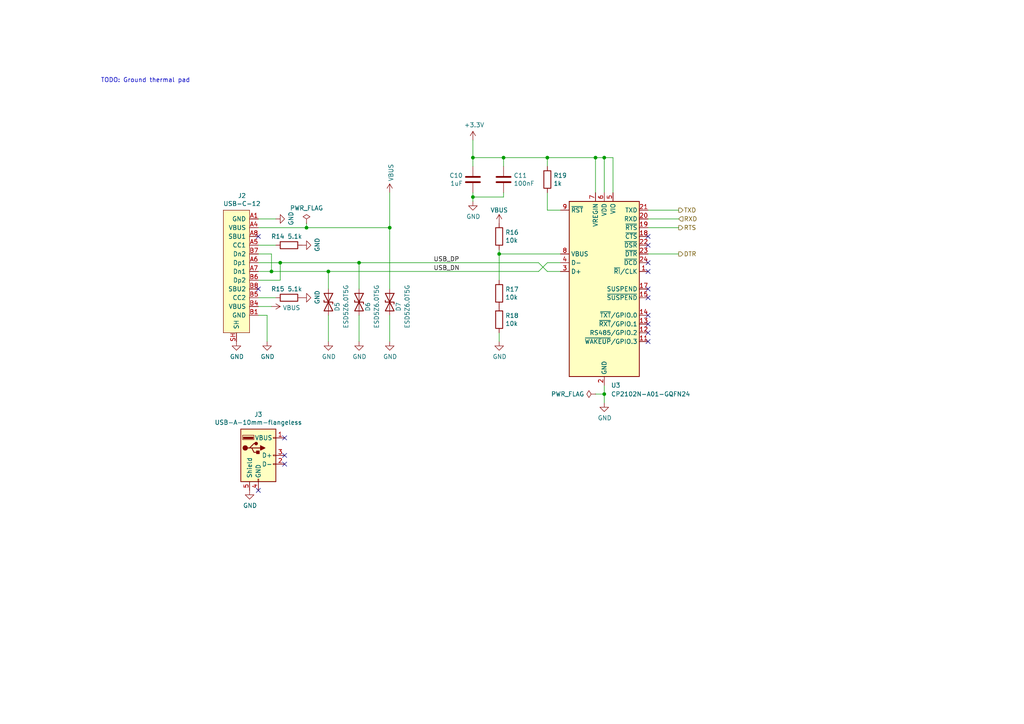
<source format=kicad_sch>
(kicad_sch (version 20230221) (generator eeschema)
  (paper "A4")
  (lib_symbols
    (symbol "Connector:USB_A" (pin_names (offset 1.016))
      (property "Reference" "J" (at -5.08 11.43 0))
      (property "Value" "USB_A" (at -5.08 8.89 0))
      (symbol "USB_A_0_1"
        (rectangle (start -5.08 -7.62) (end 5.08 7.62) (stroke (width 0.254)) (fill (type background)))
        (circle (center -3.81 2.159) (radius 0.635) (stroke (width 0.254)) (fill (type outline)))
        (rectangle (start -1.524 4.826) (end -4.318 5.334) (fill (type outline)))
        (rectangle (start -1.27 4.572) (end -4.572 5.842))
        (circle (center -0.635 3.429) (radius 0.381) (stroke (width 0.254)) (fill (type outline)))
        (rectangle (start -0.127 -7.62) (end 0.127 -6.858))
        (polyline (pts (xy -3.175 2.159) (xy -2.54 2.159) (xy -1.27 3.429) (xy -0.635 3.429)) (stroke (width 0.254)))
        (polyline (pts (xy -2.54 2.159) (xy -1.905 2.159) (xy -1.27 0.889) (xy 0 0.889)) (stroke (width 0.254)))
        (polyline (pts (xy 0.635 2.794) (xy 0.635 1.524) (xy 1.905 2.159) (xy 0.635 2.794)) (stroke (width 0.254)) (fill (type outline)))
        (rectangle (start 0.254 1.27) (end -0.508 0.508) (stroke (width 0.254)) (fill (type outline)))
        (rectangle (start 5.08 -2.667) (end 4.318 -2.413))
        (rectangle (start 5.08 -0.127) (end 4.318 0.127))
        (rectangle (start 5.08 4.953) (end 4.318 5.207))
      )
      (symbol "USB_A_1_1"
        (polyline (pts (xy -1.905 2.159) (xy 0.635 2.159)) (stroke (width 0.254)))
        (pin power_in line (at 7.62 5.08 180) (length 2.54) (name "VBUS") (number "1"))
        (pin bidirectional line (at 7.62 -2.54 180) (length 2.54) (name "D-") (number "2"))
        (pin bidirectional line (at 7.62 0 180) (length 2.54) (name "D+") (number "3"))
        (pin power_in line (at 0 -10.16 90) (length 2.54) (name "GND") (number "4"))
        (pin passive line (at -2.54 -10.16 90) (length 2.54) (name "Shield") (number "5"))
      )
    )
    (symbol "Device:C" (pin_numbers hide) (pin_names (offset 0.254))
      (property "Reference" "C" (at 0.635 2.54 0))
      (property "Value" "C" (at 0.635 -2.54 0))
      (symbol "C_0_1"
        (polyline (pts (xy -2.032 -0.762) (xy 2.032 -0.762)) (stroke (width 0.508)))
        (polyline (pts (xy -2.032 0.762) (xy 2.032 0.762)) (stroke (width 0.508)))
      )
      (symbol "C_1_1"
        (pin passive line (at 0 3.81 270) (length 2.794) (name "~") (number "1"))
        (pin passive line (at 0 -3.81 90) (length 2.794) (name "~") (number "2"))
      )
    )
    (symbol "Device:D_TVS" (pin_numbers hide) (pin_names (offset 1.016) hide)
      (property "Reference" "D" (at 0 2.54 0))
      (property "Value" "D_TVS" (at 0 -2.54 0))
      (symbol "D_TVS_0_1"
        (polyline (pts (xy 1.27 0) (xy -1.27 0)))
        (polyline (pts (xy 0.508 1.27) (xy 0 1.27) (xy 0 -1.27) (xy -0.508 -1.27)) (stroke (width 0.254)))
        (polyline (pts (xy -2.54 1.27) (xy -2.54 -1.27) (xy 2.54 1.27) (xy 2.54 -1.27) (xy -2.54 1.27)) (stroke (width 0.254)))
      )
      (symbol "D_TVS_1_1"
        (pin passive line (at -3.81 0 0) (length 2.54) (name "A1") (number "1"))
        (pin passive line (at 3.81 0 180) (length 2.54) (name "A2") (number "2"))
      )
    )
    (symbol "Device:R" (pin_numbers hide) (pin_names (offset 0))
      (property "Reference" "R" (at 2.032 0 90))
      (property "Value" "R" (at 0 0 90))
      (symbol "R_0_1"
        (rectangle (start -1.016 -2.54) (end 1.016 2.54) (stroke (width 0.254)))
      )
      (symbol "R_1_1"
        (pin passive line (at 0 3.81 270) (length 1.27) (name "~") (number "1"))
        (pin passive line (at 0 -3.81 90) (length 1.27) (name "~") (number "2"))
      )
    )
    (symbol "Interface_USB:CP2102N-Axx-xQFN24"
      (property "Reference" "U" (at -8.89 26.67 0))
      (property "Value" "CP2102N-Axx-xQFN24" (at 13.97 26.67 0))
      (symbol "CP2102N-Axx-xQFN24_0_1"
        (rectangle (start -10.16 25.4) (end 10.16 -25.4) (stroke (width 0.254)) (fill (type background)))
      )
      (symbol "CP2102N-Axx-xQFN24_1_1"
        (pin bidirectional line (at 12.7 5.08 180) (length 2.54) (name "~{RI}/CLK") (number "1"))
        (pin no_connect line (at -10.16 -22.86 0) (length 2.54) hide (name "NC") (number "10"))
        (pin bidirectional line (at 12.7 -15.24 180) (length 2.54) (name "~{WAKEUP}/GPIO.3") (number "11"))
        (pin bidirectional line (at 12.7 -12.7 180) (length 2.54) (name "RS485/GPIO.2") (number "12"))
        (pin bidirectional line (at 12.7 -10.16 180) (length 2.54) (name "~{RXT}/GPIO.1") (number "13"))
        (pin bidirectional line (at 12.7 -7.62 180) (length 2.54) (name "~{TXT}/GPIO.0") (number "14"))
        (pin output line (at 12.7 -2.54 180) (length 2.54) (name "~{SUSPEND}") (number "15"))
        (pin no_connect line (at 10.16 -22.86 180) (length 2.54) hide (name "NC") (number "16"))
        (pin output line (at 12.7 0 180) (length 2.54) (name "SUSPEND") (number "17"))
        (pin input line (at 12.7 15.24 180) (length 2.54) (name "~{CTS}") (number "18"))
        (pin output line (at 12.7 17.78 180) (length 2.54) (name "~{RTS}") (number "19"))
        (pin power_in line (at 0 -27.94 90) (length 2.54) (name "GND") (number "2"))
        (pin input line (at 12.7 20.32 180) (length 2.54) (name "RXD") (number "20"))
        (pin output line (at 12.7 22.86 180) (length 2.54) (name "TXD") (number "21"))
        (pin input line (at 12.7 12.7 180) (length 2.54) (name "~{DSR}") (number "22"))
        (pin output line (at 12.7 10.16 180) (length 2.54) (name "~{DTR}") (number "23"))
        (pin input line (at 12.7 7.62 180) (length 2.54) (name "~{DCD}") (number "24"))
        (pin passive line (at 0 -27.94 90) (length 2.54) hide (name "GND") (number "25"))
        (pin bidirectional line (at -12.7 5.08 0) (length 2.54) (name "D+") (number "3"))
        (pin bidirectional line (at -12.7 7.62 0) (length 2.54) (name "D-") (number "4"))
        (pin power_in line (at 2.54 27.94 270) (length 2.54) (name "VIO") (number "5"))
        (pin power_in line (at 0 27.94 270) (length 2.54) (name "VDD") (number "6"))
        (pin power_in line (at -2.54 27.94 270) (length 2.54) (name "VREGIN") (number "7"))
        (pin input line (at -12.7 10.16 0) (length 2.54) (name "VBUS") (number "8"))
        (pin input line (at -12.7 22.86 0) (length 2.54) (name "~{RST}") (number "9"))
      )
    )
    (symbol "j_Connector:USB-C-12" (pin_names (offset 1.016))
      (property "Reference" "J" (at 0 1.27 0))
      (property "Value" "USB-C-12" (at 0 0 0))
      (symbol "USB-C-12_0_1"
        (rectangle (start 2.54 -1.27) (end -5.08 -36.83) (fill (type background)))
      )
      (symbol "USB-C-12_1_1"
        (pin passive line (at 5.08 -3.81 180) (length 2.54) (name "GND") (number "A1"))
        (pin passive line (at 5.08 -6.35 180) (length 2.54) (name "VBUS") (number "A4"))
        (pin passive line (at 5.08 -11.43 180) (length 2.54) (name "CC1") (number "A5"))
        (pin passive line (at 5.08 -16.51 180) (length 2.54) (name "Dp1") (number "A6"))
        (pin passive line (at 5.08 -19.05 180) (length 2.54) (name "Dn1") (number "A7"))
        (pin passive line (at 5.08 -8.89 180) (length 2.54) (name "SBU1") (number "A8"))
        (pin passive line (at 5.08 -31.75 180) (length 2.54) (name "GND") (number "B1"))
        (pin passive line (at 5.08 -29.21 180) (length 2.54) (name "VBUS") (number "B4"))
        (pin passive line (at 5.08 -26.67 180) (length 2.54) (name "CC2") (number "B5"))
        (pin passive line (at 5.08 -21.59 180) (length 2.54) (name "Dp2") (number "B6"))
        (pin passive line (at 5.08 -13.97 180) (length 2.54) (name "Dn2") (number "B7"))
        (pin passive line (at 5.08 -24.13 180) (length 2.54) (name "SBU2") (number "B8"))
        (pin passive line (at -1.27 -39.37 90) (length 2.54) (name "SH") (number "SH"))
        (pin passive line (at -1.27 -39.37 90) (length 2.54) hide (name "SH") (number "SH"))
        (pin passive line (at -1.27 -39.37 90) (length 2.54) hide (name "SH") (number "SH"))
        (pin passive line (at -1.27 -39.37 90) (length 2.54) hide (name "SH") (number "SH"))
      )
    )
    (symbol "power:+3.3V" (power) (pin_names (offset 0))
      (property "Value" "+3.3V" (at 0 3.556 0))
      (symbol "+3.3V_0_1"
        (polyline (pts (xy -0.762 1.27) (xy 0 2.54)))
        (polyline (pts (xy 0 0) (xy 0 2.54)))
        (polyline (pts (xy 0 2.54) (xy 0.762 1.27)))
      )
      (symbol "+3.3V_1_1"
        (pin power_in line (at 0 0 90) (length 0) hide (name "+3.3V") (number "1"))
      )
    )
    (symbol "power:GND" (power) (pin_names (offset 0))
      (property "Value" "GND" (at 0 -3.81 0))
      (symbol "GND_0_1"
        (polyline (pts (xy 0 0) (xy 0 -1.27) (xy 1.27 -1.27) (xy 0 -2.54) (xy -1.27 -1.27) (xy 0 -1.27)))
      )
      (symbol "GND_1_1"
        (pin power_in line (at 0 0 270) (length 0) hide (name "GND") (number "1"))
      )
    )
    (symbol "power:PWR_FLAG" (power) (pin_numbers hide) (pin_names (offset 0) hide)
      (property "Value" "PWR_FLAG" (at 0 3.81 0))
      (symbol "PWR_FLAG_0_0"
        (pin power_out line (at 0 0 90) (length 0) (name "pwr") (number "1"))
      )
      (symbol "PWR_FLAG_0_1"
        (polyline (pts (xy 0 0) (xy 0 1.27) (xy -1.016 1.905) (xy 0 2.54) (xy 1.016 1.905) (xy 0 1.27)))
      )
    )
    (symbol "power:VBUS" (power) (pin_names (offset 0))
      (property "Value" "VBUS" (at 0 3.81 0))
      (symbol "VBUS_0_1"
        (polyline (pts (xy -0.762 1.27) (xy 0 2.54)))
        (polyline (pts (xy 0 0) (xy 0 2.54)))
        (polyline (pts (xy 0 2.54) (xy 0.762 1.27)))
      )
      (symbol "VBUS_1_1"
        (pin power_in line (at 0 0 90) (length 0) hide (name "VBUS") (number "1"))
      )
    )
  )
  (junction (at 95.25 78.74))
  (junction (at 175.26 45.72))
  (junction (at 146.05 45.72))
  (junction (at 137.16 57.15))
  (junction (at 113.03 66.04))
  (junction (at 144.78 73.66))
  (junction (at 158.75 45.72))
  (junction (at 137.16 45.72))
  (junction (at 104.14 76.2))
  (junction (at 88.9 66.04))
  (junction (at 78.74 78.74))
  (junction (at 175.26 114.3))
  (junction (at 81.28 76.2))
  (junction (at 172.72 45.72))
  (no_connect (at 74.93 68.58))
  (no_connect (at 187.96 96.52))
  (no_connect (at 187.96 93.98))
  (no_connect (at 187.96 86.36))
  (no_connect (at 82.55 127))
  (no_connect (at 82.55 134.62))
  (no_connect (at 187.96 78.74))
  (no_connect (at 187.96 91.44))
  (no_connect (at 74.93 142.24))
  (no_connect (at 187.96 68.58))
  (no_connect (at 74.93 83.82))
  (no_connect (at 187.96 76.2))
  (no_connect (at 187.96 71.12))
  (no_connect (at 187.96 99.06))
  (no_connect (at 82.55 132.08))
  (no_connect (at 187.96 83.82))
  (wire (pts (xy 81.28 81.28) (xy 81.28 76.2)))
  (wire (pts (xy 74.93 91.44) (xy 77.47 91.44)))
  (wire (pts (xy 88.9 64.77) (xy 88.9 66.04)))
  (wire (pts (xy 104.14 91.44) (xy 104.14 99.06)))
  (wire (pts (xy 158.75 45.72) (xy 172.72 45.72)))
  (wire (pts (xy 146.05 57.15) (xy 146.05 55.88)))
  (wire (pts (xy 74.93 76.2) (xy 81.28 76.2)))
  (wire (pts (xy 137.16 45.72) (xy 146.05 45.72)))
  (wire (pts (xy 156.21 76.2) (xy 158.75 78.74)))
  (wire (pts (xy 156.21 78.74) (xy 158.75 76.2)))
  (wire (pts (xy 74.93 81.28) (xy 81.28 81.28)))
  (wire (pts (xy 137.16 57.15) (xy 137.16 55.88)))
  (wire (pts (xy 177.8 45.72) (xy 177.8 55.88)))
  (wire (pts (xy 81.28 76.2) (xy 104.14 76.2)))
  (wire (pts (xy 175.26 116.84) (xy 175.26 114.3)))
  (wire (pts (xy 104.14 76.2) (xy 156.21 76.2)))
  (wire (pts (xy 113.03 66.04) (xy 113.03 83.82)))
  (wire (pts (xy 104.14 76.2) (xy 104.14 83.82)))
  (wire (pts (xy 113.03 55.88) (xy 113.03 66.04)))
  (wire (pts (xy 175.26 114.3) (xy 175.26 111.76)))
  (wire (pts (xy 172.72 45.72) (xy 172.72 55.88)))
  (wire (pts (xy 74.93 71.12) (xy 80.01 71.12)))
  (wire (pts (xy 158.75 76.2) (xy 162.56 76.2)))
  (wire (pts (xy 137.16 57.15) (xy 137.16 58.42)))
  (wire (pts (xy 137.16 45.72) (xy 137.16 48.26)))
  (wire (pts (xy 187.96 63.5) (xy 196.85 63.5)))
  (wire (pts (xy 74.93 73.66) (xy 78.74 73.66)))
  (wire (pts (xy 172.72 114.3) (xy 175.26 114.3)))
  (wire (pts (xy 95.25 78.74) (xy 95.25 83.82)))
  (wire (pts (xy 162.56 60.96) (xy 158.75 60.96)))
  (wire (pts (xy 158.75 45.72) (xy 158.75 48.26)))
  (wire (pts (xy 74.93 66.04) (xy 88.9 66.04)))
  (wire (pts (xy 172.72 45.72) (xy 175.26 45.72)))
  (wire (pts (xy 95.25 78.74) (xy 156.21 78.74)))
  (wire (pts (xy 158.75 60.96) (xy 158.75 55.88)))
  (wire (pts (xy 137.16 57.15) (xy 146.05 57.15)))
  (wire (pts (xy 175.26 45.72) (xy 175.26 55.88)))
  (wire (pts (xy 187.96 66.04) (xy 196.85 66.04)))
  (wire (pts (xy 78.74 88.9) (xy 74.93 88.9)))
  (wire (pts (xy 74.93 78.74) (xy 78.74 78.74)))
  (wire (pts (xy 144.78 73.66) (xy 162.56 73.66)))
  (wire (pts (xy 77.47 91.44) (xy 77.47 99.06)))
  (wire (pts (xy 158.75 78.74) (xy 162.56 78.74)))
  (wire (pts (xy 146.05 45.72) (xy 146.05 48.26)))
  (wire (pts (xy 74.93 86.36) (xy 80.01 86.36)))
  (wire (pts (xy 78.74 73.66) (xy 78.74 78.74)))
  (wire (pts (xy 175.26 45.72) (xy 177.8 45.72)))
  (wire (pts (xy 144.78 96.52) (xy 144.78 99.06)))
  (wire (pts (xy 95.25 91.44) (xy 95.25 99.06)))
  (wire (pts (xy 88.9 66.04) (xy 113.03 66.04)))
  (wire (pts (xy 187.96 60.96) (xy 196.85 60.96)))
  (wire (pts (xy 78.74 78.74) (xy 95.25 78.74)))
  (wire (pts (xy 187.96 73.66) (xy 196.85 73.66)))
  (wire (pts (xy 144.78 81.28) (xy 144.78 73.66)))
  (wire (pts (xy 144.78 72.39) (xy 144.78 73.66)))
  (wire (pts (xy 137.16 40.64) (xy 137.16 45.72)))
  (wire (pts (xy 113.03 91.44) (xy 113.03 99.06)))
  (wire (pts (xy 146.05 45.72) (xy 158.75 45.72)))
  (wire (pts (xy 74.93 63.5) (xy 80.01 63.5)))
  (text "TODO: Ground thermal pad" (at 29.21 24.13 0) (effects (font (size 1.27 1.27)) (justify left bottom)))
  (label "USB_DP" (at 125.73 76.2 0))
  (label "USB_DN" (at 125.73 78.74 0))
  (hierarchical_label "DTR" (shape output) (at 196.85 73.66 0))
  (hierarchical_label "TXD" (shape output) (at 196.85 60.96 0))
  (hierarchical_label "RTS" (shape output) (at 196.85 66.04 0))
  (hierarchical_label "RXD" (shape input) (at 196.85 63.5 0))
  (symbol (lib_id "power:GND") (at 144.78 99.06 0) (unit 1)
    (property "Reference" "#PWR038" (effects hide))
    (property "Value" "GND" (at 144.907 103.4542 0))
  )
  (symbol (lib_id "power:+3.3V") (at 137.16 40.64 0) (unit 1)
    (property "Reference" "#PWR035" (effects hide))
    (property "Value" "+3.3V" (at 137.541 36.2458 0))
  )
  (symbol (lib_id "power:GND") (at 175.26 116.84 0) (unit 1)
    (property "Reference" "#PWR039" (effects hide))
    (property "Value" "GND" (at 175.387 121.2342 0))
  )
  (symbol (lib_id "Device:R") (at 158.75 52.07 0) (unit 1)
    (property "Reference" "R19" (at 160.528 50.9016 0) (effects (justify left)))
    (property "Value" "1k" (at 160.528 53.213 0) (effects (justify left)))
    (property "Footprint" "Resistor_SMD:R_0402_1005Metric" (effects hide))
  )
  (symbol (lib_id "Device:C") (at 137.16 52.07 0) (mirror y) (unit 1)
    (property "Reference" "C10" (at 134.239 50.9016 0) (effects (justify left)))
    (property "Value" "1uF" (at 134.239 53.213 0) (effects (justify left)))
    (property "Footprint" "Capacitor_SMD:C_0603_1608Metric" (effects hide))
  )
  (symbol (lib_id "Device:C") (at 146.05 52.07 0) (unit 1)
    (property "Reference" "C11" (at 148.971 50.9016 0) (effects (justify left)))
    (property "Value" "100nF" (at 148.971 53.213 0) (effects (justify left)))
    (property "Footprint" "Capacitor_SMD:C_0402_1005Metric" (effects hide))
  )
  (symbol (lib_id "Device:R") (at 144.78 68.58 0) (unit 1)
    (property "Reference" "R16" (at 146.558 67.4116 0) (effects (justify left)))
    (property "Value" "10k" (at 146.558 69.723 0) (effects (justify left)))
    (property "Footprint" "Resistor_SMD:R_0402_1005Metric" (effects hide))
  )
  (symbol (lib_id "Device:R") (at 144.78 85.09 0) (unit 1)
    (property "Reference" "R17" (at 146.558 83.9216 0) (effects (justify left)))
    (property "Value" "10k" (at 146.558 86.233 0) (effects (justify left)))
    (property "Footprint" "Resistor_SMD:R_0402_1005Metric" (effects hide))
  )
  (symbol (lib_id "Device:R") (at 144.78 92.71 0) (unit 1)
    (property "Reference" "R18" (at 146.558 91.5416 0) (effects (justify left)))
    (property "Value" "10k" (at 146.558 93.853 0) (effects (justify left)))
    (property "Footprint" "Resistor_SMD:R_0402_1005Metric" (effects hide))
  )
  (symbol (lib_id "power:GND") (at 137.16 58.42 0) (unit 1)
    (property "Reference" "#PWR036" (effects hide))
    (property "Value" "GND" (at 137.287 62.8142 0))
  )
  (symbol (lib_id "Device:R") (at 83.82 71.12 90) (unit 1)
    (property "Reference" "R14" (at 82.55 68.58 90) (effects (justify left)))
    (property "Value" "5.1k" (at 87.63 68.58 90) (effects (justify left)))
    (property "Footprint" "Resistor_SMD:R_0402_1005Metric" (effects hide))
  )
  (symbol (lib_id "Device:R") (at 83.82 86.36 90) (unit 1)
    (property "Reference" "R15" (at 82.55 83.82 90) (effects (justify left)))
    (property "Value" "5.1k" (at 87.63 83.82 90) (effects (justify left)))
    (property "Footprint" "Resistor_SMD:R_0402_1005Metric" (effects hide))
  )
  (symbol (lib_id "power:GND") (at 87.63 86.36 90) (unit 1)
    (property "Reference" "#PWR030" (effects hide))
    (property "Value" "GND" (at 92.0242 86.233 0))
    (instances (project "tr23-badge-r1" (path "" (reference "#PWR030") (unit 1)) (path "" (reference "#PWR?") (unit 1))))
  )
  (symbol (lib_id "power:GND") (at 87.63 71.12 90) (unit 1)
    (property "Reference" "#PWR029" (effects hide))
    (property "Value" "GND" (at 92.0242 70.993 0))
    (instances (project "tr23-badge-r1" (path "" (reference "#PWR029") (unit 1)) (path "" (reference "#PWR?") (unit 1))))
  )
  (symbol (lib_id "power:GND") (at 72.39 142.24 0) (unit 1)
    (property "Reference" "#PWR025" (effects hide))
    (property "Value" "GND" (at 72.517 146.6342 0))
    (instances (project "tr23-badge-r1" (path "" (reference "#PWR025") (unit 1)) (path "" (reference "#PWR?") (unit 1))))
  )
  (symbol (lib_id "power:GND") (at 77.47 99.06 0) (unit 1)
    (property "Reference" "#PWR026" (effects hide))
    (property "Value" "GND" (at 77.597 103.4542 0))
    (instances (project "tr23-badge-r1" (path "" (reference "#PWR026") (unit 1)) (path "" (reference "#PWR?") (unit 1))))
  )
  (symbol (lib_id "power:GND") (at 80.01 63.5 90) (unit 1)
    (property "Reference" "#PWR028" (effects hide))
    (property "Value" "GND" (at 84.4042 63.373 0))
    (instances (project "tr23-badge-r1" (path "" (reference "#PWR028") (unit 1)) (path "" (reference "#PWR?") (unit 1))))
  )
  (symbol (lib_id "Connector:USB_A") (at 74.93 132.08 0) (unit 1)
    (property "Reference" "J3" (at 74.93 120.2182 0))
    (property "Value" "USB-A-10mm-flangeless" (at 74.93 122.5296 0))
    (property "Footprint" "jeffmakes-footprints:USB-A-short-body" (effects hide))
    (property "Datasheet" " ~" (effects hide))
    (property "Field4" "CUI Inc." (effects hide))
    (property "Field5" "https://www.digikey.com/product-detail/en/cui-inc/UJ2-AH-1-SMT-TR/102-4133-1-ND/6595469?utm_source=snapeda&utm_medium=aggregator&utm_campaign=symbol" (effects hide))
    (property "Field6" "102-4133-1-ND" (effects hide))
    (property "Field7" "UJ2-AH-1-SMT-TR" (effects hide))
    (property "Field8" "https://www.cui.com/product/interconnect/usb-connectors/type-a/uj2-ah-smt-series?utm_source=snapeda.com&utm_medium=referral&utm_campaign=snapedaBOM" (effects hide))
    (property "Field9" "None" (effects hide))
    (instances (project "tr23-badge-r1" (path "" (reference "J3") (unit 1)) (path "" (reference "J?") (unit 1))))
  )
  (symbol (lib_id "power:VBUS") (at 113.03 55.88 0) (unit 1)
    (property "Reference" "#PWR033" (effects hide))
    (property "Value" "VBUS" (at 113.411 52.6288 90) (effects (justify left)))
    (instances (project "tr23-badge-r1" (path "" (reference "#PWR033") (unit 1)) (path "" (reference "#PWR?") (unit 1))))
  )
  (symbol (lib_id "power:VBUS") (at 78.74 88.9 270) (unit 1)
    (property "Reference" "#PWR027" (effects hide))
    (property "Value" "VBUS" (at 81.9912 89.281 90) (effects (justify left)))
    (instances (project "tr23-badge-r1" (path "" (reference "#PWR027") (unit 1)) (path "" (reference "#PWR?") (unit 1))))
  )
  (symbol (lib_id "power:PWR_FLAG") (at 88.9 64.77 0) (unit 1)
    (property "Reference" "#FLG02" (effects hide))
    (property "Value" "PWR_FLAG" (at 88.9 60.3504 0))
    (instances (project "tr23-badge-r1" (path "" (reference "#FLG02") (unit 1)) (path "" (reference "#FLG?") (unit 1))))
  )
  (symbol (lib_id "Device:D_TVS") (at 95.25 87.63 270) (unit 1)
    (property "Reference" "D5" (at 97.79 87.63 0) (effects (justify left)))
    (property "Value" " ESD5Z6.0T5G" (at 100.33 82.55 0) (effects (justify left)))
    (property "Footprint" "jeffmakes-footprints:SOD-523-numbered-pads" (effects hide))
    (property "MPN" "ESD5Z5.0VC" (effects hide))
    (property "LCSC" "C261278" (effects hide))
    (instances (project "tr23-badge-r1" (path "" (reference "D5") (unit 1)) (path "" (reference "D?") (unit 1))))
  )
  (symbol (lib_id "power:GND") (at 113.03 99.06 0) (unit 1)
    (property "Reference" "#PWR034" (effects hide))
    (property "Value" "GND" (at 113.157 103.4542 0))
    (instances (project "tr23-badge-r1" (path "" (reference "#PWR034") (unit 1)) (path "" (reference "#PWR?") (unit 1))))
  )
  (symbol (lib_id "power:GND") (at 104.14 99.06 0) (unit 1)
    (property "Reference" "#PWR032" (effects hide))
    (property "Value" "GND" (at 104.267 103.4542 0))
    (instances (project "tr23-badge-r1" (path "" (reference "#PWR032") (unit 1)) (path "" (reference "#PWR?") (unit 1))))
  )
  (symbol (lib_id "power:GND") (at 95.25 99.06 0) (unit 1)
    (property "Reference" "#PWR031" (effects hide))
    (property "Value" "GND" (at 95.377 103.4542 0))
    (instances (project "tr23-badge-r1" (path "" (reference "#PWR031") (unit 1)) (path "" (reference "#PWR?") (unit 1))))
  )
  (symbol (lib_id "Device:D_TVS") (at 104.14 87.63 270) (unit 1)
    (property "Reference" "D6" (at 106.68 87.63 0) (effects (justify left)))
    (property "Value" " ESD5Z6.0T5G" (at 109.22 82.55 0) (effects (justify left)))
    (property "Footprint" "jeffmakes-footprints:SOD-523-numbered-pads" (effects hide))
    (property "MPN" "ESD5Z5.0VC" (effects hide))
    (property "LCSC" "C261278" (effects hide))
    (instances (project "tr23-badge-r1" (path "" (reference "D6") (unit 1)) (path "" (reference "D?") (unit 1))))
  )
  (symbol (lib_id "Device:D_TVS") (at 113.03 87.63 270) (unit 1)
    (property "Reference" "D7" (at 115.57 87.63 0) (effects (justify left)))
    (property "Value" " ESD5Z6.0T5G" (at 118.11 82.55 0) (effects (justify left)))
    (property "Footprint" "jeffmakes-footprints:SOD-523-numbered-pads" (effects hide))
    (property "MPN" "ESD5Z5.0VC" (effects hide))
    (property "LCSC" "C261278" (effects hide))
    (instances (project "tr23-badge-r1" (path "" (reference "D7") (unit 1)) (path "" (reference "D?") (unit 1))))
  )
  (symbol (lib_id "j_Connector:USB-C-12") (at 69.85 59.69 0) (unit 1)
    (property "Reference" "J2" (at 70.1802 56.769 0))
    (property "Value" "USB-C-12" (at 70.1802 59.0804 0))
    (property "Footprint" "jeffmakes-footprints:jing-usb-c-lcsc-C167321" (effects hide))
    (property "MPN" "TYPE-C-31-M-17" (effects hide))
    (property "LCSC" "C283540" (effects hide))
    (property "Manufacturer" "HRO" (effects hide))
    (instances (project "tr23-badge-r1" (path "" (reference "J2") (unit 1)) (path "" (reference "J?") (unit 1))))
  )
  (symbol (lib_id "power:GND") (at 68.58 99.06 0) (unit 1)
    (property "Reference" "#PWR024" (effects hide))
    (property "Value" "GND" (at 68.707 103.4542 0))
    (instances (project "tr23-badge-r1" (path "" (reference "#PWR024") (unit 1)) (path "" (reference "#PWR?") (unit 1))))
  )
  (symbol (lib_id "power:VBUS") (at 144.78 64.77 0) (unit 1)
    (property "Reference" "#PWR037" (effects hide))
    (property "Value" "VBUS" (at 144.78 60.96 0))
    (instances (project "tr23-badge-r1" (path "" (reference "#PWR037") (unit 1)) (path "" (reference "#PWR?") (unit 1))))
  )
  (symbol (lib_id "power:PWR_FLAG") (at 172.72 114.3 90) (unit 1)
    (property "Reference" "#FLG03" (effects hide))
    (property "Value" "PWR_FLAG" (at 169.4688 114.3 90) (effects (justify left)))
  )
  (symbol (lib_id "Interface_USB:CP2102N-Axx-xQFN24") (at 175.26 83.82 0) (unit 1)
    (property "Reference" "U3" (at 177.2159 111.76 0) (effects (justify left)))
    (property "Value" "CP2102N-A01-GQFN24" (at 177.2159 114.3 0) (effects (justify left)))
    (property "Footprint" "Package_DFN_QFN:QFN-24-1EP_4x4mm_P0.5mm_EP2.6x2.6mm" (effects hide))
    (property "Datasheet" "https://www.silabs.com/documents/public/data-sheets/cp2102n-datasheet.pdf" (effects hide))
    (property "MPN" "CP2102N-A01-GQFN24" (effects hide))
    (property "LCSC" "C80225" (effects hide))
    (property "Manufacturer" "Si Labs" (effects hide))
  )
)
</source>
